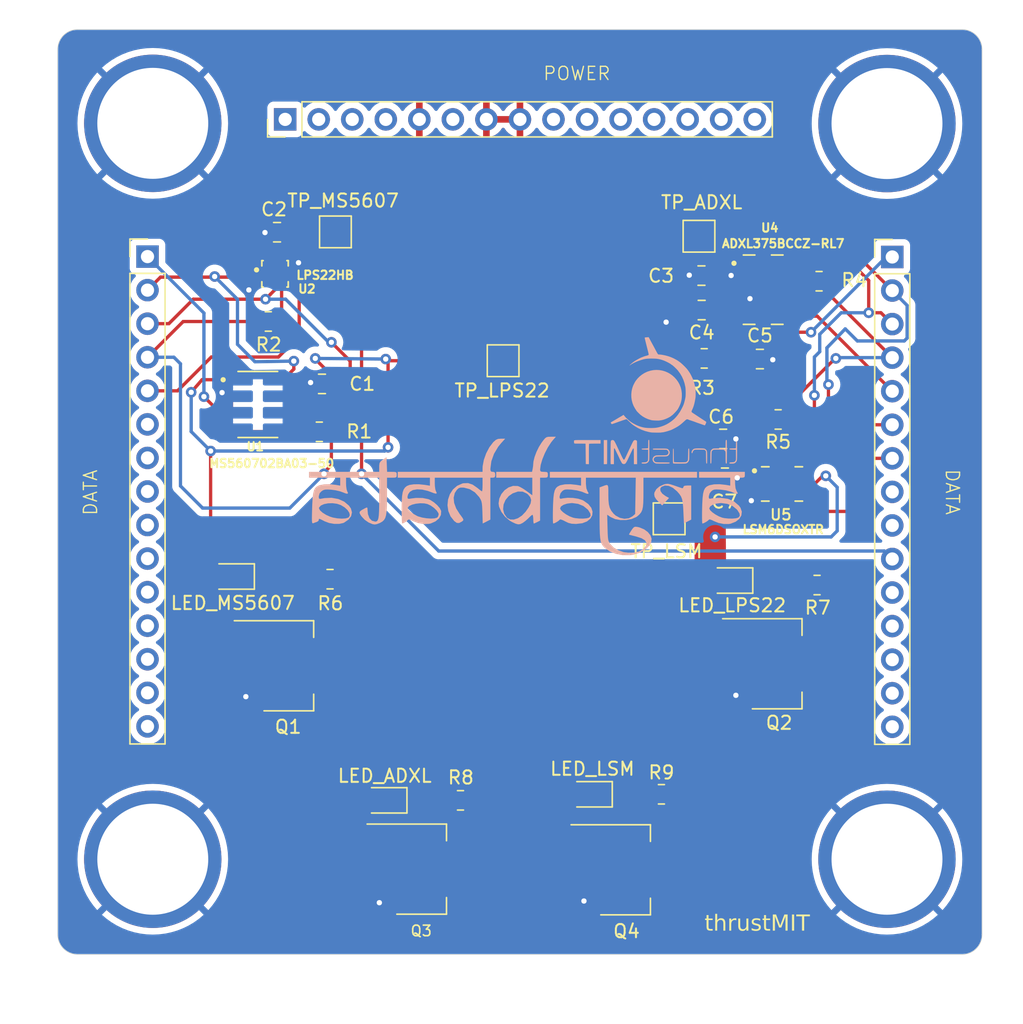
<source format=kicad_pcb>
(kicad_pcb (version 20221018) (generator pcbnew)
  (layers (0 "F.Cu" signal) (31 "B.Cu" signal) (34 "B.Paste" user) (35 "F.Paste" user) (36 "B.SilkS" user "B.Silkscreen") (37 "F.SilkS" user "F.Silkscreen") (38 "B.Mask" user) (39 "F.Mask" user) (44 "Edge.Cuts" user))
  (net 0 "")
  (net 1 "GND")
  (net 2 "3.3V")
  (net 3 "Net-(DS3-K)")
  (net 4 "Net-(DS4-K)")
  (net 5 "Net-(Q3-C)")
  (net 6 "Net-(Q4-C)")
  (net 7 "MISO_SPI1")
  (net 8 "CS_MS5607")
  (net 9 "Net-(U1-SDO)")
  (net 10 "MISO_SPI2")
  (net 11 "MOSI_SPI1")
  (net 12 "Net-(U2-SDO{slash}SA0)")
  (net 13 "INT_LPS")
  (net 14 "SCLK_SPI1")
  (net 15 "CS_ADXL")
  (net 16 "SCLK_SPI2")
  (net 17 "MOSI_SPI2")
  (net 18 "INT_ADXL")
  (net 19 "CS_LSM")
  (net 20 "INT_LSM")
  (net 21 "Net-(U4-Vs)")
  (net 22 "Net-(U4-SDO)")
  (net 25 "Net-(U5-SDO{slash}SA0)")
  (net 28 "Net-(DS1-K)")
  (net 29 "Net-(DS2-K)")
  (net 30 "Net-(Q1-C)")
  (net 31 "Net-(Q2-C)")
  (net 33 "CS_LPS")
  (footprint "TestPoint:TestPoint_Pad_2.0x2.0mm" (layer "F.Cu") (at 138.938 58.8264)
    (fp_text reference "TP_ADXL")
    (fp_text value "TestPoint_Probe")
  )
  (footprint "Capacitor_SMD:C_0805_2012Metric" (layer "F.Cu") (at 140.7668 74.168 180)
    (fp_text reference "C6")
    (fp_text value "0.1u")
  )
  (footprint "Capacitor_SMD:C_0805_2012Metric" (layer "F.Cu") (at 139.1412 64.4144 180)
    (fp_text reference "C4")
    (fp_text value "0.1u")
  )
  (footprint "FC'24:LSM6DSOXTR" (layer "F.Cu") (at 145.2288 77.5756)
    (fp_text reference "U5")
    (fp_text value "LSM6DSOXTR")
  )
  (footprint "LED_SMD:LED_0805_2012Metric" (layer "F.Cu") (at 130.6853 101.0666 180)
    (fp_text reference "LED_LSM")
    (fp_text value "LED_IMU")
  )
  (footprint "FC'24:LPS22HB" (layer "F.Cu") (at 106.8324 61.6712)
    (fp_text reference "U2")
    (fp_text value "LPS22HB")
  )
  (footprint "Resistor_SMD:R_0805_2012Metric" (layer "F.Cu") (at 148.0312 62.23)
    (fp_text reference "R4")
    (fp_text value "22")
  )
  (footprint "LED_SMD:LED_0805_2012Metric" (layer "F.Cu") (at 115.1382 101.5238 180)
    (fp_text reference "LED_ADXL")
    (fp_text value "LED_IMU")
  )
  (footprint "Resistor_SMD:R_0805_2012Metric" (layer "F.Cu") (at 106.3244 65.278)
    (fp_text reference "R2")
    (fp_text value "22")
  )
  (footprint "Capacitor_SMD:C_0805_2012Metric" (layer "F.Cu") (at 106.9848 58.5216 180)
    (fp_text reference "C2")
    (fp_text value "0.1u")
  )
  (footprint "LED_SMD:LED_0805_2012Metric" (layer "F.Cu") (at 141.326 84.8868 180)
    (fp_text reference "LED_LPS22")
    (fp_text value "LED_IMU")
  )
  (footprint "Resistor_SMD:R_0805_2012Metric" (layer "F.Cu") (at 110.1852 73.6292)
    (fp_text reference "R1")
    (fp_text value "22")
  )
  (footprint "Resistor_SMD:R_0805_2012Metric" (layer "F.Cu") (at 139.3336 68.072)
    (fp_text reference "R3")
    (fp_text value "100")
  )
  (footprint "Resistor_SMD:R_0805_2012Metric" (layer "F.Cu") (at 136.0932 101.0666)
    (fp_text reference "R9")
    (fp_text value "56")
  )
  (footprint "Package_TO_SOT_SMD:SOT-223-3_TabPin2" (layer "F.Cu") (at 144.8308 91.186)
    (fp_text reference "Q2")
    (fp_text value "PZT2222A")
  )
  (footprint "Package_TO_SOT_SMD:SOT-223-3_TabPin2" (layer "F.Cu") (at 133.35 106.7816)
    (fp_text reference "Q4")
    (fp_text value "PZT2222A")
  )
  (footprint "TestPoint:TestPoint_Pad_2.0x2.0mm" (layer "F.Cu") (at 111.4044 58.4962)
    (fp_text reference "TP_MS5607")
    (fp_text value "TestPoint_Probe")
  )
  (footprint "LED_SMD:LED_0805_2012Metric" (layer "F.Cu") (at 103.5812 84.582 180)
    (fp_text reference "LED_MS5607")
    (fp_text value "LED_IMU")
  )
  (footprint "Resistor_SMD:R_0805_2012Metric" (layer "F.Cu") (at 110.998 84.7852)
    (fp_text reference "R6")
    (fp_text value "56")
  )
  (footprint "Capacitor_SMD:C_0805_2012Metric" (layer "F.Cu") (at 143.55 68.1228)
    (fp_text reference "C5")
    (fp_text value "0.1u")
  )
  (footprint "Resistor_SMD:R_0805_2012Metric" (layer "F.Cu") (at 147.8792 85.2284)
    (fp_text reference "R7")
    (fp_text value "56")
  )
  (footprint "Package_TO_SOT_SMD:SOT-223-3_TabPin2" (layer "F.Cu") (at 117.9068 106.7308)
    (fp_text reference "Q3" hide)
    (fp_text value "PZT2222A")
  )
  (footprint "TestPoint:TestPoint_Pad_2.0x2.0mm" (layer "F.Cu") (at 124.1044 68.2498)
    (fp_text reference "TP_LPS22")
    (fp_text value "TestPoint_Probe")
  )
  (footprint "FC_Stack_template:FC_Stack_template" (layer "F.Cu") (at 125.3744 78.1812)
    (fp_text reference "U6" hide)
    (fp_text value "~" hide)
    (fp_line (start -35 33.5) (end -35 -33.5) (stroke (width 0.05)) (layer "Edge.Cuts"))
    (fp_line (start -33.5 -35) (end 33.5 -35) (stroke (width 0.05)) (layer "Edge.Cuts"))
    (fp_line (start 33.5 35) (end -33.5 35) (stroke (width 0.05)) (layer "Edge.Cuts"))
    (fp_line (start 35 -33.5) (end 35 33.5) (stroke (width 0.05)) (layer "Edge.Cuts"))
    (fp_arc (start -35 -33.5) (mid -34.56066 -34.56066) (end -33.5 -35) (stroke (width 0.05)) (layer "Edge.Cuts"))
    (fp_arc (start -33.5 35) (mid -34.56066 34.56066) (end -35 33.5) (stroke (width 0.05)) (layer "Edge.Cuts"))
    (fp_arc (start 33.5 -35) (mid 34.56066 -34.56066) (end 35 -33.5) (stroke (width 0.05)) (layer "Edge.Cuts"))
    (fp_arc (start 35 33.5) (mid 34.56066 34.56066) (end 33.5 35) (stroke (width 0.05)) (layer "Edge.Cuts"))
  )
  (footprint "TestPoint:TestPoint_Pad_2.0x2.0mm" (layer "F.Cu") (at 136.6774 80.2132)
    (fp_text reference "TP_LSM")
    (fp_text value "TestPoint_Probe")
  )
  (footprint "FC'24:ADXL375BCCZ-RL7" (layer "F.Cu") (at 143.798 62.8716)
    (fp_text reference "U4")
    (fp_text value "ADXL375BCCZ-RL7")
  )
  (footprint "Capacitor_SMD:C_0805_2012Metric" (layer "F.Cu") (at 140.9024 77.1064)
    (fp_text reference "C7")
    (fp_text value "0.1u")
  )
  (footprint "Capacitor_SMD:C_0805_2012Metric" (layer "F.Cu") (at 110.3884 70.0024 180)
    (fp_text reference "C1")
    (fp_text value "0.1u")
  )
  (footprint "Capacitor_SMD:C_0805_2012Metric" (layer "F.Cu") (at 139.1244 61.8048 180)
    (fp_text reference "C3")
    (fp_text value "10u")
  )
  (footprint "Package_TO_SOT_SMD:SOT-223-3_TabPin2" (layer "F.Cu") (at 107.8484 91.3384)
    (fp_text reference "Q1")
    (fp_text value "PZT2222A")
  )
  (footprint "Resistor_SMD:R_0805_2012Metric" (layer "F.Cu") (at 144.9324 72.6948 180)
    (fp_text reference "R5")
    (fp_text value "22")
  )
  (footprint "Resistor_SMD:R_0805_2012Metric" (layer "F.Cu") (at 120.8767 101.5238)
    (fp_text reference "R8")
    (fp_text value "56")
  )
  (footprint "FC'24:MS560702BA03-50" (layer "F.Cu") (at 105.5308 71.5618)
    (fp_text reference "U1")
    (fp_text value "MS560702BA03-50")
  )
  (footprint "LOGO" (layer "B.Cu") (at 121.219137 79.02266 180)
    (fp_text reference "G***" hide)
    (fp_text value "LOGO" hide)
  )
  (footprint "LOGO" (layer "B.Cu") (at 135.74825 70.658736 180)
    (fp_text reference "G***" hide)
    (fp_text value "LOGO" hide)
  )
  (segment (start 141.6808 93.6248) (end 141.732 93.5736) (width 0.25) (layer "F.Cu") (net 1))
  (segment (start 150.074 109.0816) (end 153.1744 105.9812) (width 0.25) (layer "F.Cu") (net 1))
  (segment (start 143.5138 77.8256) (end 144.0688 77.8256) (width 0.25) (layer "F.Cu") (net 1))
  (segment (start 104.2924 94.0444) (end 104.6226 93.7142) (width 0.25) (layer "F.Cu") (net 1))
  (segment (start 104.3308 72.1868) (end 103.914608 72.1868) (width 0.25) (layer "F.Cu") (net 1))
  (segment (start 103.914782 70.9368) (end 104.3308 70.9368) (width 0.25) (layer "F.Cu") (net 1))
  (segment (start 130.2 109.0816) (end 130.2258 109.1438) (width 0.25) (layer "F.Cu") (net 1))
  (segment (start 104.6226 93.6752) (end 104.6616 93.6752) (width 0.25) (layer "F.Cu") (net 1))
  (segment (start 145.1238 77.8256) (end 144.0688 77.8256) (width 0.25) (layer "F.Cu") (net 1))
  (segment (start 143.498 61.6716) (end 144.298 62.4716) (width 0.25) (layer "F.Cu") (net 1))
  (segment (start 106.3324 62.4712) (end 105.2704 62.4712) (width 0.25) (layer "F.Cu") (net 1))
  (segment (start 103.914608 72.1868) (end 103.52906 71.801252) (width 0.25) (layer "F.Cu") (net 1))
  (segment (start 142.7988 63.5508) (end 142.788 63.5616) (width 0.25) (layer "F.Cu") (net 1))
  (segment (start 145.2288 78.4856) (end 145.2288 77.9306) (width 0.25) (layer "F.Cu") (net 1))
  (segment (start 103.52906 71.322522) (end 102.869338 70.6628) (width 0.25) (layer "F.Cu") (net 1))
  (segment (start 137.3632 64.4144) (end 136.4488 65.3288) (width 0.25) (layer "F.Cu") (net 1))
  (segment (start 108.5722 60.8712) (end 108.6104 60.833) (width 0.25) (layer "F.Cu") (net 1))
  (segment (start 102.869338 70.6628) (end 102.8192 70.6628) (width 0.25) (layer "F.Cu") (net 1))
  (segment (start 103.52906 71.322522) (end 103.914782 70.9368) (width 0.25) (layer "F.Cu") (net 1))
  (segment (start 138.1912 64.4144) (end 137.3632 64.4144) (width 0.25) (layer "F.Cu") (net 1))
  (segment (start 141.495825 61.6716) (end 142.788 61.6716) (width 0.25) (layer "F.Cu") (net 1))
  (segment (start 106.0348 58.5216) (end 106.0094 58.5216) (width 0.25) (layer "F.Cu") (net 1))
  (segment (start 114.7568 109.2458) (end 114.7318 109.2708) (width 0.25) (layer "F.Cu") (net 1))
  (segment (start 104.6226 93.7142) (end 104.6226 93.6752) (width 0.25) (layer "F.Cu") (net 1))
  (segment (start 141.732 93.5736) (end 141.6808 93.5224) (width 0.25) (layer "F.Cu") (net 1))
  (segment (start 106.0704 58.547) (end 106.0602 58.5216) (width 0.25) (layer "F.Cu") (net 1))
  (segment (start 103.52906 71.801252) (end 103.52906 71.322522) (width 0.25) (layer "F.Cu") (net 1))
  (segment (start 100.624 109.0308) (end 97.5744 105.9812) (width 0.25) (layer "F.Cu") (net 1))
  (segment (start 142.788 61.6716) (end 143.498 61.6716) (width 0.25) (layer "F.Cu") (net 1))
  (segment (start 142.9004 78.8416) (end 142.9004 78.439) (width 0.25) (layer "F.Cu") (net 1))
  (segment (start 105.2704 62.4712) (end 104.8512 62.8904) (width 0.25) (layer "F.Cu") (net 1))
  (segment (start 142.788 63.5616) (end 142.788 64.0716) (width 0.25) (layer "F.Cu") (net 1))
  (segment (start 106.0094 58.5216) (end 106.0704 58.547) (width 0.25) (layer "F.Cu") (net 1))
  (segment (start 141.370325 61.7971) (end 141.495825 61.6716) (width 0.25) (layer "F.Cu") (net 1))
  (segment (start 144.298 62.4716) (end 144.808 62.4716) (width 0.25) (layer "F.Cu") (net 1))
  (segment (start 145.2288 78.4856) (end 145.7288 78.4856) (width 0.25) (layer "F.Cu") (net 1))
  (segment (start 114.7568 109.0308) (end 114.7568 109.2458) (width 0.25) (layer "F.Cu") (net 1))
  (segment (start 107.3324 60.8712) (end 108.5722 60.8712) (width 0.25) (layer "F.Cu") (net 1))
  (segment (start 114.7568 109.2958) (end 114.7568 109.626) (width 0.25) (layer "F.Cu") (net 1))
  (segment (start 142.9004 78.439) (end 143.5138 77.8256) (width 0.25) (layer "F.Cu") (net 1))
  (segment (start 141.6808 93.5224) (end 141.6808 93.486) (width 0.25) (layer "F.Cu") (net 1))
  (segment (start 104.6616 93.6752) (end 104.6984 93.6384) (width 0.25) (layer "F.Cu") (net 1))
  (segment (start 144.0688 77.3256) (end 144.0688 77.8256) (width 0.25) (layer "F.Cu") (net 1))
  (segment (start 114.7318 109.2708) (end 114.7568 109.2958) (width 0.25) (layer "F.Cu") (net 1))
  (segment (start 106.0602 58.5216) (end 105.8148 58.5216) (width 0.25) (layer "F.Cu") (net 1))
  (segment (start 142.788 63.2716) (end 142.788 63.54) (width 0.25) (layer "F.Cu") (net 1))
  (segment (start 142.788 63.54) (end 142.7988 63.5508) (width 0.25) (layer "F.Cu") (net 1))
  (segment (start 145.2288 77.9306) (end 145.1238 77.8256) (width 0.25) (layer "F.Cu") (net 1))
  (segment (start 106.8324 60.8712) (end 107.3324 60.8712) (width 0.25) (layer "F.Cu") (net 1))
  (via (at 108.6104 60.833) (size 0.8) (drill 0.4) (layers "F.Cu" "B.Cu") (net 1))
  (via (at 106.0704 58.547) (size 0.8) (drill 0.4) (layers "F.Cu" "B.Cu") (net 1))
  (via (at 141.370325 61.7971) (size 0.8) (drill 0.4) (layers "F.Cu" "B.Cu") (net 1))
  (via (at 141.732 93.5736) (size 0.8) (drill 0.4) (layers "F.Cu" "B.Cu") (net 1))
  (via (at 138.2014 61.7728) (size 0.8) (drill 0.4) (layers "F.Cu" "B.Cu") (net 1))
  (via (at 104.6226 93.6752) (size 0.8) (drill 0.4) (layers "F.Cu" "B.Cu") (net 1))
  (via (at 130.2258 109.1438) (size 0.8) (drill 0.4) (layers "F.Cu" "B.Cu") (net 1))
  (via (at 141.732 74.168) (size 0.8) (drill 0.4) (layers "F.Cu" "B.Cu") (net 1))
  (via (at 109.5248 69.9008) (size 0.8) (drill 0.4) (layers "F.Cu" "B.Cu") (net 1))
  (via (at 142.9004 78.8416) (size 0.8) (drill 0.4) (layers "F.Cu" "B.Cu") (net 1))
  (via (at 136.4488 65.3288) (size 0.8) (drill 0.4) (layers "F.Cu" "B.Cu") (net 1))
  (via (at 114.7318 109.2708) (size 0.8) (drill 0.4) (layers "F.Cu" "B.Cu") (net 1))
  (via (at 142.7988 63.5508) (size 0.8) (drill 0.4) (layers "F.Cu" "B.Cu") (net 1))
  (via (at 141.8336 77.1144) (size 0.8) (drill 0.4) (layers "F.Cu" "B.Cu") (net 1))
  (via (at 102.8192 70.6628) (size 0.8) (drill 0.4) (layers "F.Cu" "B.Cu") (net 1))
  (via (at 144.526 68.1736) (size 0.8) (drill 0.4) (layers "F.Cu" "B.Cu") (net 1))
  (via (at 104.8512 62.8904) (size 0.8) (drill 0.4) (layers "F.Cu" "B.Cu") (net 1))
  (segment (start 101.306 69.6868) (end 100.4824 70.6374) (width 0.25) (layer "F.Cu") (net 2))
  (segment (start 115.3922 68.3006) (end 115.2144 68.1228) (width 0.25) (layer "F.Cu") (net 2))
  (segment (start 144.7288 78.949914) (end 145.033286 79.2544) (width 0.25) (layer "F.Cu") (net 2))
  (segment (start 146.3888 78.3256) (end 146.9438 78.3256) (width 0.25) (layer "F.Cu") (net 2))
  (segment (start 148.3074 76.962) (end 148.5392 76.962) (width 0.25) (layer "F.Cu") (net 2))
  (segment (start 111.3384 70.0024) (end 111.3384 69.5808) (width 0.25) (layer "F.Cu") (net 2))
  (segment (start 101.9556 75.0824) (end 101.9556 82.804) (width 0.25) (layer "F.Cu") (net 2))
  (segment (start 101.9556 82.804) (end 102.3112 83.1596) (width 0.25) (layer "F.Cu") (net 2))
  (segment (start 144.7288 78.4856) (end 144.7288 78.949914) (width 0.25) (layer "F.Cu") (net 2))
  (segment (start 104.3308 69.6868) (end 101.306 69.6868) (width 0.25) (layer "F.Cu") (net 2))
  (segment (start 106.0324 61.4212) (end 106.0324 61.1712) (width 0.25) (layer "F.Cu") (net 2))
  (segment (start 140.4156 70.3072) (end 139.9032 70.3072) (width 0.25) (layer "F.Cu") (net 2))
  (segment (start 106.3324 60.4212) (end 107.9348 58.8188) (width 0.25) (layer "F.Cu") (net 2))
  (segment (start 145.033286 79.2544) (end 145.885 79.2544) (width 0.25) (layer "F.Cu") (net 2))
  (segment (start 115.3922 74.803) (end 115.3922 68.3006) (width 0.25) (layer "F.Cu") (net 2))
  (segment (start 100.4824 70.6374) (end 100.4824 70.5104) (width 0.25) (layer "F.Cu") (net 2))
  (segment (start 148.5392 76.962) (end 148.4884 76.962) (width 0.25) (layer "F.Cu") (net 2))
  (segment (start 109.8296 68.072) (end 109.8804 68.1228) (width 0.25) (layer "F.Cu") (net 2))
  (segment (start 146.3888 78.7506) (end 146.3888 78.3256) (width 0.25) (layer "F.Cu") (net 2))
  (segment (start 111.3384 69.5808) (end 109.8804 68.1228) (width 0.25) (layer "F.Cu") (net 2))
  (segment (start 109.8804 68.072) (end 109.8296 68.072) (width 0.25) (layer "F.Cu") (net 2))
  (segment (start 107.9348 58.8188) (end 107.9348 58.5216) (width 0.25) (layer "F.Cu") (net 2))
  (segment (start 115.2144 68.1228) (end 115.3414 68.2498) (width 0.25) (layer "F.Cu") (net 2))
  (segment (start 145.885 79.2544) (end 146.3888 78.7506) (width 0.25) (layer "F.Cu") (net 2))
  (segment (start 106.3324 60.8712) (end 106.3324 60.4212) (width 0.25) (layer "F.Cu") (net 2))
  (segment (start 109.8804 68.1228) (end 109.8804 68.072) (width 0.25) (layer "F.Cu") (net 2))
  (segment (start 146.9438 78.3256) (end 148.3074 76.962) (width 0.25) (layer "F.Cu") (net 2))
  (segment (start 106.0324 61.1712) (end 106.3324 60.8712) (width 0.25) (layer "F.Cu") (net 2))
  (segment (start 115.3414 68.2498) (end 124.1044 68.2498) (width 0.25) (layer "F.Cu") (net 2))
  (segment (start 101.9556 75.0824) (end 101.854 74.93) (width 0.25) (layer "F.Cu") (net 2))
  (via (at 109.8804 68.072) (size 0.8) (drill 0.4) (layers "F.Cu" "B.Cu") (net 2))
  (via (at 115.3922 74.803) (size 0.8) (drill 0.4) (layers "F.Cu" "B.Cu") (net 2))
  (via (at 140.1572 81.5848) (size 0.8) (drill 0.4) (layers "F.Cu" "B.Cu") (net 2))
  (via (at 148.5392 76.962) (size 0.8) (drill 0.4) (layers "F.Cu" "B.Cu") (net 2))
  (via (at 100.4824 70.6374) (size 0.8) (drill 0.4) (layers "F.Cu" "B.Cu") (net 2))
  (via (at 101.9556 75.0824) (size 0.8) (drill 0.4) (layers "F.Cu" "B.Cu") (net 2))
  (via (at 115.2144 68.1228) (size 0.8) (drill 0.4) (layers "F.Cu" "B.Cu") (net 2))
  (segment (start 115.3922 74.8284) (end 115.3922 74.803) (width 0.25) (layer "B.Cu") (net 2))
  (segment (start 149.4028 77.8256) (end 148.5392 76.962) (width 0.25) (layer "B.Cu") (net 2))
  (segment (start 149.4028 81.1276) (end 149.4028 77.8256) (width 0.25) (layer "B.Cu") (net 2))
  (segment (start 100.4824 73.6092) (end 100.4824 70.6374) (width 0.25) (layer "B.Cu") (net 2))
  (segment (start 148.9456 81.5848) (end 149.4028 81.1276) (width 0.25) (layer "B.Cu") (net 2))
  (segment (start 140.1572 81.5848) (end 148.9456 81.5848) (width 0.25) (layer "B.Cu") (net 2))
  (segment (start 115.4176 74.803) (end 115.316 74.9046) (width 0.25) (layer "B.Cu") (net 2))
  (segment (start 101.9556 75.0824) (end 115.1382 75.0824) (width 0.25) (layer "B.Cu") (net 2))
  (segment (start 109.8804 68.072) (end 115.2144 68.1228) (width 0.25) (layer "B.Cu") (net 2))
  (segment (start 101.9556 75.0824) (end 100.4824 73.6092) (width 0.25) (layer "B.Cu") (net 2))
  (segment (start 115.2144 68.1228) (end 115.2144 68.072) (width 0.25) (layer "B.Cu") (net 2))
  (segment (start 115.3922 74.803) (end 115.4176 74.803) (width 0.25) (layer "B.Cu") (net 2))
  (segment (start 115.1382 75.0824) (end 115.3922 74.8284) (width 0.25) (layer "B.Cu") (net 2))
  (segment (start 116.0757 101.5238) (end 119.9642 101.5238) (width 0.25) (layer "F.Cu") (net 3))
  (segment (start 131.6228 101.0666) (end 135.1807 101.0666) (width 0.25) (layer "F.Cu") (net 4))
  (segment (start 121.7892 103.7628) (end 121.0568 104.4952) (width 0.25) (layer "F.Cu") (net 5))
  (segment (start 121.0568 104.4952) (end 121.0568 106.7308) (width 0.25) (layer "F.Cu") (net 5))
  (segment (start 121.7892 101.5238) (end 121.7892 103.7628) (width 0.25) (layer "F.Cu") (net 5))
  (segment (start 114.7568 106.7308) (end 121.0568 106.7308) (width 0.25) (layer "F.Cu") (net 5))
  (segment (start 130.2 106.7816) (end 136.5 106.7816) (width 0.25) (layer "F.Cu") (net 6))
  (segment (start 137.0057 101.0666) (end 137.0057 104.2943) (width 0.25) (layer "F.Cu") (net 6))
  (segment (start 136.5 104.8) (end 136.5 106.7816) (width 0.25) (layer "F.Cu") (net 6))
  (segment (start 137.0057 104.2943) (end 136.5 104.8) (width 0.25) (layer "F.Cu") (net 6))
  (segment (start 99.8826 65.278) (end 99.8777 65.2829) (width 0.25) (layer "F.Cu") (net 7))
  (segment (start 111.0977 73.8143) (end 110.9472 73.9648) (width 0.25) (layer "F.Cu") (net 7))
  (segment (start 110.5408 76.708) (end 110.5408 76.8096) (width 0.25) (layer "F.Cu") (net 7))
  (segment (start 111.0977 76.1511) (end 110.5408 76.708) (width 0.25) (layer "F.Cu") (net 7))
  (segment (start 110.4392 76.8096) (end 110.49 76.7588) (width 0.25) (layer "F.Cu") (net 7))
  (segment (start 110.5408 76.8096) (end 110.4392 76.8096) (width 0.25) (layer "F.Cu") (net 7))
  (segment (start 111.0977 73.6292) (end 111.0977 76.1511) (width 0.25) (layer "F.Cu") (net 7))
  (segment (start 99.8777 65.2829) (end 97.1744 67.9862) (width 0.25) (layer "F.Cu") (net 7))
  (segment (start 111.0977 73.6292) (end 111.0977 73.8143) (width 0.25) (layer "F.Cu") (net 7))
  (segment (start 105.4119 65.278) (end 99.8826 65.278) (width 0.25) (layer "F.Cu") (net 7))
  (via (at 110.5408 76.8096) (size 0.8) (drill 0.4) (layers "F.Cu" "B.Cu") (net 7))
  (segment (start 99.1774 67.9862) (end 97.1744 67.9862) (width 0.25) (layer "B.Cu") (net 7))
  (segment (start 99.6696 68.4784) (end 99.1774 67.9862) (width 0.25) (layer "B.Cu") (net 7))
  (segment (start 110.5408 76.8096) (end 107.95 79.4004) (width 0.25) (layer "B.Cu") (net 7))
  (segment (start 107.95 79.4004) (end 101.346 79.4004) (width 0.25) (layer "B.Cu") (net 7))
  (segment (start 99.6696 77.724) (end 99.6696 68.4784) (width 0.25) (layer "B.Cu") (net 7))
  (segment (start 101.346 79.4004) (end 99.6696 77.724) (width 0.25) (layer "B.Cu") (net 7))
  (segment (start 101.4476 70.968358) (end 101.4476 70.9676) (width 0.25) (layer "F.Cu") (net 8))
  (segment (start 106.54499 73.62261) (end 106.7308 73.4368) (width 0.25) (layer "F.Cu") (net 8))
  (segment (start 104.51661 73.62261) (end 106.54499 73.62261) (width 0.25) (layer "F.Cu") (net 8))
  (segment (start 104.3308 73.4368) (end 104.51661 73.62261) (width 0.25) (layer "F.Cu") (net 8))
  (segment (start 103.916042 73.4368) (end 101.4476 70.968358) (width 0.25) (layer "F.Cu") (net 8))
  (segment (start 104.3308 73.4368) (end 103.916042 73.4368) (width 0.25) (layer "F.Cu") (net 8))
  (via (at 101.4476 70.9676) (size 0.8) (drill 0.4) (layers "F.Cu" "B.Cu") (net 8))
  (segment (start 101.4476 70.9676) (end 101.4476 64.6394) (width 0.25) (layer "B.Cu") (net 8))
  (segment (start 101.4476 64.6394) (end 97.1744 60.3662) (width 0.25) (layer "B.Cu") (net 8))
  (segment (start 107.8303 72.1868) (end 106.7308 72.1868) (width 0.25) (layer "F.Cu") (net 9))
  (segment (start 109.2727 73.6292) (end 107.8303 72.1868) (width 0.25) (layer "F.Cu") (net 9))
  (segment (start 148.9437 63.3855) (end 153.5744 68.0162) (width 0.25) (layer "F.Cu") (net 10))
  (segment (start 149.3012 68.072) (end 149.3012 68.0212) (width 0.25) (layer "F.Cu") (net 10))
  (segment (start 148.9437 62.23) (end 148.9437 63.3855) (width 0.25) (layer "F.Cu") (net 10))
  (segment (start 149.2504 68.072) (end 145.8449 71.4775) (width 0.25) (layer "F.Cu") (net 10))
  (segment (start 149.2504 68.072) (end 149.3012 68.072) (width 0.25) (layer "F.Cu") (net 10))
  (segment (start 149.3012 68.0212) (end 149.2504 68.072) (width 0.25) (layer "F.Cu") (net 10))
  (segment (start 145.8449 71.4775) (end 145.8449 72.6948) (width 0.25) (layer "F.Cu") (net 10))
  (via (at 149.3012 68.072) (size 0.8) (drill 0.4) (layers "F.Cu" "B.Cu") (net 10))
  (segment (start 149.357 68.0162) (end 153.5744 68.0162) (width 0.25) (layer "B.Cu") (net 10))
  (segment (start 149.3012 68.072) (end 149.357 68.0162) (width 0.25) (layer "B.Cu") (net 10))
  (segment (start 100.6446 63.5918) (end 98.7902 65.4462) (width 0.25) (layer "F.Cu") (net 11))
  (segment (start 112.522 71.3232) (end 112.522 68.2752) (width 0.25) (layer "F.Cu") (net 11))
  (segment (start 112.522 68.2752) (end 111.0996 66.8528) (width 0.25) (layer "F.Cu") (net 11))
  (segment (start 106.7308 70.9368) (end 106.918 71.124) (width 0.25) (layer "F.Cu") (net 11))
  (segment (start 106.1118 63.5918) (end 100.6446 63.5918) (width 0.25) (layer "F.Cu") (net 11))
  (segment (start 106.8324 62.8712) (end 106.4926 63.211) (width 0.25) (layer "F.Cu") (net 11))
  (segment (start 106.918 71.124) (end 107.7 71.124) (width 0.25) (layer "F.Cu") (net 11))
  (segment (start 106.8324 62.4712) (end 106.8324 62.8712) (width 0.25) (layer "F.Cu") (net 11))
  (segment (start 98.7902 65.4462) (end 97.1744 65.4462) (width 0.25) (layer "F.Cu") (net 11))
  (segment (start 108.6612 72.0852) (end 111.76 72.0852) (width 0.25) (layer "F.Cu") (net 11))
  (segment (start 106.4926 63.211) (end 106.1118 63.5918) (width 0.25) (layer "F.Cu") (net 11))
  (segment (start 111.76 72.0852) (end 112.522 71.3232) (width 0.25) (layer "F.Cu") (net 11))
  (segment (start 107.7 71.124) (end 108.6612 72.0852) (width 0.25) (layer "F.Cu") (net 11))
  (via (at 111.0996 66.8528) (size 0.8) (drill 0.4) (layers "F.Cu" "B.Cu") (net 11))
  (via (at 106.1118 63.5918) (size 0.8) (drill 0.4) (layers "F.Cu" "B.Cu") (net 11))
  (segment (start 110.8964 66.8528) (end 111.0996 66.8528) (width 0.25) (layer "B.Cu") (net 11))
  (segment (start 106.1118 63.5918) (end 107.6354 63.5918) (width 0.25) (layer "B.Cu") (net 11))
  (segment (start 107.6354 63.5918) (end 110.8964 66.8528) (width 0.25) (layer "B.Cu") (net 11))
  (segment (start 107.3324 62.4712) (end 107.3324 65.1825) (width 0.25) (layer "F.Cu") (net 12))
  (segment (start 107.3893 62.5281) (end 107.3324 62.4712) (width 0.25) (layer "F.Cu") (net 12))
  (segment (start 107.3324 65.1825) (end 107.2369 65.278) (width 0.25) (layer "F.Cu") (net 12))
  (segment (start 113.3856 76.7588) (end 113.3856 76.8096) (width 0.25) (layer "F.Cu") (net 13))
  (segment (start 113.3856 66.7244) (end 108.0824 61.4212) (width 0.25) (layer "F.Cu") (net 13))
  (segment (start 108.0824 61.4212) (end 107.6324 61.4212) (width 0.25) (layer "F.Cu") (net 13))
  (segment (start 113.3856 76.8096) (end 113.3856 66.7244) (width 0.25) (layer "F.Cu") (net 13))
  (via (at 113.3856 76.8096) (size 0.8) (drill 0.4) (layers "F.Cu" "B.Cu") (net 13))
  (segment (start 152.9698 82.6516) (end 153.5744 83.2562) (width 0.25) (layer "B.Cu") (net 13))
  (segment (start 113.3856 76.8096) (end 119.2276 82.6516) (width 0.25) (layer "B.Cu") (net 13))
  (segment (start 119.2276 82.6516) (end 152.9698 82.6516) (width 0.25) (layer "B.Cu") (net 13))
  (segment (start 102.2604 61.8744) (end 102.2136 61.9212) (width 0.25) (layer "F.Cu") (net 14))
  (segment (start 107.4528 69.6868) (end 108.2548 68.8848) (width 0.25) (layer "F.Cu") (net 14))
  (segment (start 106.0324 61.9212) (end 102.3072 61.9212) (width 0.25) (layer "F.Cu") (net 14))
  (segment (start 106.7308 69.6868) (end 107.4528 69.6868) (width 0.25) (layer "F.Cu") (net 14))
  (segment (start 102.2136 61.9212) (end 98.1594 61.9212) (width 0.25) (layer "F.Cu") (net 14))
  (segment (start 102.3072 61.9212) (end 102.2604 61.8744) (width 0.25) (layer "F.Cu") (net 14))
  (segment (start 98.1594 61.9212) (end 97.1744 62.9062) (width 0.25) (layer "F.Cu") (net 14))
  (segment (start 108.2548 68.8848) (end 108.2548 68.2752) (width 0.25) (layer "F.Cu") (net 14))
  (via (at 108.2548 68.2752) (size 0.8) (drill 0.4) (layers "F.Cu" "B.Cu") (net 14))
  (via (at 102.2604 61.8744) (size 0.8) (drill 0.4) (layers "F.Cu" "B.Cu") (net 14))
  (segment (start 108.2548 68.2752) (end 108.3056 68.326) (width 0.25) (layer "B.Cu") (net 14))
  (segment (start 102.2604 61.8744) (end 103.9876 63.6016) (width 0.25) (layer "B.Cu") (net 14))
  (segment (start 103.9876 63.6016) (end 103.9876 67.0052) (width 0.25) (layer "B.Cu") (net 14))
  (segment (start 105.3084 68.326) (end 108.2548 68.2752) (width 0.25) (layer "B.Cu") (net 14))
  (segment (start 103.9876 67.0052) (end 105.3084 68.326) (width 0.25) (layer "B.Cu") (net 14))
  (segment (start 147.4216 66.0908) (end 147.3708 66.0908) (width 0.25) (layer "F.Cu") (net 15))
  (segment (start 144.8522 66.0908) (end 147.4216 66.0908) (width 0.25) (layer "F.Cu") (net 15))
  (segment (start 153.5734 60.3962) (end 153.5744 60.3962) (width 0.25) (layer "F.Cu") (net 15))
  (segment (start 143.798 65.0366) (end 144.8522 66.0908) (width 0.25) (layer "F.Cu") (net 15))
  (segment (start 143.798 64.8816) (end 143.798 65.0366) (width 0.25) (layer "F.Cu") (net 15))
  (via (at 147.4216 66.0908) (size 0.8) (drill 0.4) (layers "F.Cu" "B.Cu") (net 15))
  (segment (start 153.1162 60.3962) (end 153.5744 60.3962) (width 0.25) (layer "B.Cu") (net 15))
  (segment (start 147.4216 66.0908) (end 153.1162 60.3962) (width 0.25) (layer "B.Cu") (net 15))
  (segment (start 148.7424 72.597) (end 148.7424 70.0532) (width 0.25) (layer "F.Cu") (net 16))
  (segment (start 145.2288 76.1106) (end 148.7424 72.597) (width 0.25) (layer "F.Cu") (net 16))
  (segment (start 145.2288 76.6656) (end 145.2288 76.1106) (width 0.25) (layer "F.Cu") (net 16))
  (segment (start 143.798 60.7066) (end 144.213 60.2916) (width 0.25) (layer "F.Cu") (net 16))
  (segment (start 143.798 60.8616) (end 143.798 60.7066) (width 0.25) (layer "F.Cu") (net 16))
  (segment (start 150.9298 60.2916) (end 153.5744 62.9362) (width 0.25) (layer "F.Cu") (net 16))
  (segment (start 144.213 60.2916) (end 150.9298 60.2916) (width 0.25) (layer "F.Cu") (net 16))
  (via (at 148.7424 70.0532) (size 0.8) (drill 0.4) (layers "F.Cu" "B.Cu") (net 16))
  (segment (start 154.6994 66.5346) (end 154.6994 64.0612) (width 0.25) (layer "B.Cu") (net 16))
  (segment (start 148.6262 69.937) (end 148.6262 67.2738) (width 0.25) (layer "B.Cu") (net 16))
  (segment (start 150.0124 65.8368) (end 150.9268 66.7512) (width 0.25) (layer "B.Cu") (net 16))
  (segment (start 154.6994 64.0612) (end 153.5744 62.9362) (width 0.25) (layer "B.Cu") (net 16))
  (segment (start 148.6262 67.2738) (end 150.0124 65.8368) (width 0.25) (layer "B.Cu") (net 16))
  (segment (start 150.9268 66.7512) (end 154.4828 66.7512) (width 0.25) (layer "B.Cu") (net 16))
  (segment (start 148.7424 70.0532) (end 148.6262 69.937) (width 0.25) (layer "B.Cu") (net 16))
  (segment (start 154.4828 66.7512) (end 154.6994 66.5346) (width 0.25) (layer "B.Cu") (net 16))
  (segment (start 147.6756 72.319062) (end 147.6756 70.866) (width 0.25) (layer "F.Cu") (net 17))
  (segment (start 151.7904 62.1792) (end 151.7904 64.6176) (width 0.25) (layer "F.Cu") (net 17))
  (segment (start 149.053462 60.8584) (end 150.4696 60.8584) (width 0.25) (layer "F.Cu") (net 17))
  (segment (start 147.6756 70.866) (end 147.6756 70.9168) (width 0.25) (layer "F.Cu") (net 17))
  (segment (start 144.7288 75.265862) (end 147.6756 72.319062) (width 0.25) (layer "F.Cu") (net 17))
  (segment (start 152.7158 64.6176) (end 153.5744 65.4762) (width 0.25) (layer "F.Cu") (net 17))
  (segment (start 149.040262 60.8716) (end 149.053462 60.8584) (width 0.25) (layer "F.Cu") (net 17))
  (segment (start 144.7288 76.6656) (end 144.7288 75.265862) (width 0.25) (layer "F.Cu") (net 17))
  (segment (start 150.4696 60.8584) (end 151.7904 62.1792) (width 0.25) (layer "F.Cu") (net 17))
  (segment (start 151.7904 64.6176) (end 152.7158 64.6176) (width 0.25) (layer "F.Cu") (net 17))
  (segment (start 144.808 60.8716) (end 149.040262 60.8716) (width 0.25) (layer "F.Cu") (net 17))
  (via (at 147.6756 70.866) (size 0.8) (drill 0.4) (layers "F.Cu" "B.Cu") (net 17))
  (via (at 151.7904 64.6176) (size 0.8) (drill 0.4) (layers "F.Cu" "B.Cu") (net 17))
  (segment (start 149.7076 64.6176) (end 148.082 66.2432) (width 0.25) (layer "B.Cu") (net 17))
  (segment (start 151.7904 64.6176) (end 149.7076 64.6176) (width 0.25) (layer "B.Cu") (net 17))
  (segment (start 148.082 66.2432) (end 148.082 67.564) (width 0.25) (layer "B.Cu") (net 17))
  (segment (start 148.082 67.564) (end 147.6756 67.9704) (width 0.25) (layer "B.Cu") (net 17))
  (segment (start 147.6756 67.9704) (end 147.6756 70.866) (width 0.25) (layer "B.Cu") (net 17))
  (segment (start 144.808 64.8716) (end 147.8898 64.8716) (width 0.25) (layer "F.Cu") (net 18))
  (segment (start 147.8898 64.8716) (end 153.5744 70.5562) (width 0.25) (layer "F.Cu") (net 18))
  (segment (start 149.1682 73.0962) (end 153.5744 73.0962) (width 0.25) (layer "F.Cu") (net 19))
  (segment (start 145.7288 76.5356) (end 149.1682 73.0962) (width 0.25) (layer "F.Cu") (net 19))
  (segment (start 145.7288 76.6656) (end 145.7288 76.5356) (width 0.25) (layer "F.Cu") (net 19))
  (segment (start 150.622 79.6544) (end 151.0538 79.2226) (width 0.25) (layer "F.Cu") (net 20))
  (segment (start 144.0688 78.8556) (end 144.8676 79.6544) (width 0.25) (layer "F.Cu") (net 20))
  (segment (start 151.0538 76.2762) (end 151.6938 75.6362) (width 0.25) (layer "F.Cu") (net 20))
  (segment (start 151.0538 79.2226) (end 151.0538 76.2762) (width 0.25) (layer "F.Cu") (net 20))
  (segment (start 144.0688 78.3256) (end 144.0688 78.8556) (width 0.25) (layer "F.Cu") (net 20))
  (segment (start 151.6938 75.6362) (end 153.5744 75.6362) (width 0.25) (layer "F.Cu") (net 20))
  (segment (start 144.8676 79.6544) (end 150.622 79.6544) (width 0.25) (layer "F.Cu") (net 20))
  (segment (start 138.938 60.6684) (end 140.0744 61.8048) (width 0.25) (layer "F.Cu") (net 21))
  (segment (start 140.7412 62.4716) (end 141.5796 62.4716) (width 0.25) (layer "F.Cu") (net 21))
  (segment (start 141.478 64.8716) (end 140.5484 64.8716) (width 0.25) (layer "F.Cu") (net 21))
  (segment (start 141.8336 65.786) (end 141.8336 64.8716) (width 0.25) (layer "F.Cu") (net 21))
  (segment (start 140.2461 67.3735) (end 141.8336 65.786) (width 0.25) (layer "F.Cu") (net 21))
  (segment (start 141.5796 62.4716) (end 142.788 62.4716) (width 0.25) (layer "F.Cu") (net 21))
  (segment (start 140.0744 61.8048) (end 140.7412 62.4716) (width 0.25) (layer "F.Cu") (net 21))
  (segment (start 141.5796 62.4716) (end 141.5796 64.77) (width 0.25) (layer "F.Cu") (net 21))
  (segment (start 141.8336 64.8716) (end 142.788 64.8716) (width 0.25) (layer "F.Cu") (net 21))
  (segment (start 140.2461 68.072) (end 140.2461 67.3735) (width 0.25) (layer "F.Cu") (net 21))
  (segment (start 141.5796 64.77) (end 141.478 64.8716) (width 0.25) (layer "F.Cu") (net 21))
  (segment (start 141.478 64.8716) (end 141.8336 64.8716) (width 0.25) (layer "F.Cu") (net 21))
  (segment (start 138.938 58.8264) (end 138.938 60.6684) (width 0.25) (layer "F.Cu") (net 21))
  (segment (start 140.5484 64.8716) (end 140.0912 64.4144) (width 0.25) (layer "F.Cu") (net 21))
  (segment (start 144.808 61.6716) (end 146.5603 61.6716) (width 0.25) (layer "F.Cu") (net 22))
  (segment (start 146.5603 61.6716) (end 147.1187 62.23) (width 0.25) (layer "F.Cu") (net 22))
  (segment (start 144.0199 72.6948) (end 144.0688 72.7437) (width 0.25) (layer "F.Cu") (net 25))
  (segment (start 144.0688 72.7437) (end 144.0688 76.8256) (width 0.25) (layer "F.Cu") (net 25))
  (segment (start 109.8823 84.582) (end 110.0855 84.7852) (width 0.25) (layer "F.Cu") (net 28))
  (segment (start 104.9812 84.582) (end 109.8823 84.582) (width 0.25) (layer "F.Cu") (net 28))
  (segment (start 142.726 84.8868) (end 146.6251 84.8868) (width 0.25) (layer "F.Cu") (net 29))
  (segment (start 146.6251 84.8868) (end 146.9667 85.2284) (width 0.25) (layer "F.Cu") (net 29))
  (segment (start 110.9984 85.6973) (end 110.9984 91.3384) (width 0.25) (layer "F.Cu") (net 30))
  (segment (start 104.6984 91.3384) (end 110.9984 91.3384) (width 0.25) (layer "F.Cu") (net 30))
  (segment (start 111.9105 84.7852) (end 110.9984 85.6973) (width 0.25) (layer "F.Cu") (net 30))
  (segment (start 141.6808 91.186) (end 147.9808 91.186) (width 0.25) (layer "F.Cu") (net 31))
  (segment (start 147.9808 91.186) (end 147.9808 86.0393) (width 0.25) (layer "F.Cu") (net 31))
  (segment (start 147.9808 86.0393) (end 148.7917 85.2284) (width 0.25) (layer "F.Cu") (net 31))
  (segment (start 107.6324 61.9212) (end 108.6612 62.95) (width 0.25) (layer "F.Cu") (net 33))
  (segment (start 108.6612 62.95) (end 108.6612 66.3956) (width 0.25) (layer "F.Cu") (net 33))
  (segment (start 99.4506 70.5262) (end 97.1744 70.5262) (width 0.25) (layer "F.Cu") (net 33))
  (segment (start 102.0064 67.9704) (end 99.4506 70.5262) (width 0.25) (layer "F.Cu") (net 33))
  (segment (start 107.0864 67.9704) (end 102.0064 67.9704) (width 0.25) (layer "F.Cu") (net 33))
  (segment (start 108.6612 66.3956) (end 107.0864 67.9704) (width 0.25) (layer "F.Cu") (net 33))
  (zone (net 2) (net_name "3.3V") (layer "F.Cu") (connect_pads (clearance 0.5)) (min_thickness 0.25) (fill yes (thermal_gap 0.5) (thermal_bridge_width 0.5))
    (polygon (pts (xy 126.619 45.3136) (xy 116.5606 45.3136) (xy 116.502885 56.337164) (xy 116.5098 60.3758) (xy 119.0244 60.3758) (xy 119.126 47.117) (xy 121.7422 47.117) (xy 121.7422 48.8188) (xy 126.619 48.7934)))
  )
  (zone (net 2) (net_name "3.3V") (layer "F.Cu") (priority 1) (connect_pads (clearance 0.5)) (min_thickness 0.25) (fill yes (thermal_gap 0.5) (thermal_bridge_width 0.5))
    (polygon (pts (xy 137.8204 66.8528) (xy 139.446 66.9036) (xy 139.573 69.9008) (xy 121.793 69.9516) (xy 121.666 52.4256) (xy 121.7168 52.324) (xy 121.7168 48.4378) (xy 126.5936 48.4378) (xy 126.5936 66.421) (xy 137.9728 66.3702)))
  )
  (zone (net 2) (net_name "3.3V") (layer "F.Cu") (priority 7) (connect_pads (clearance 0.5)) (min_thickness 0.25) (fill yes (thermal_gap 0.5) (thermal_bridge_width 0.5))
    (polygon (pts (xy 103.3272 82.9056) (xy 103.3272 86.0552) (xy 101.092 86.0552) (xy 101.092 87.2998) (xy 106.3244 87.3506) (xy 106.3244 90.0684) (xy 100.076 90.0684) (xy 100.076 82.9056) (xy 101.2444 82.9056)))
  )
  (zone (net 2) (net_name "3.3V") (layer "F.Cu") (priority 12) (connect_pads (clearance 0.5)) (min_thickness 0.25) (fill yes (thermal_gap 0.5) (thermal_bridge_width 0.5))
    (polygon (pts (xy 125.5776 55.2958) (xy 143.2052 55.245) (xy 143.383 55.245) (xy 143.4084 61.3156) (xy 141.5542 61.341) (xy 141.5542 56.6674) (xy 125.5014 56.5912) (xy 125.476 55.2958) (xy 125.6792 55.2958)))
  )
  (zone (net 2) (net_name "3.3V") (layer "F.Cu") (priority 5) (connect_pads (clearance 0.5)) (min_thickness 0.25) (fill yes (thermal_gap 0.5) (thermal_bridge_width 0.5))
    (polygon (pts (xy 139.0904 75.9968) (xy 140.9192 75.9968) (xy 141.0208 87.3252) (xy 143.5608 87.3252) (xy 143.5608 89.916) (xy 138.5824 89.916) (xy 138.6078 81.8134) (xy 134.6962 81.8134) (xy 134.6962 78.486) (xy 138.303 78.5114) (xy 138.3284 76.073)))
  )
  (zone (net 2) (net_name "3.3V") (layer "F.Cu") (priority 8) (connect_pads (clearance 0.5)) (min_thickness 0.25) (fill yes (thermal_gap 0.5) (thermal_bridge_width 0.5))
    (polygon (pts (xy 100.7872 89.154) (xy 103.251 89.154) (xy 103.2002 99.2632) (xy 115.189 99.2886) (xy 115.4176 99.2632) (xy 115.4176 102.743) (xy 116.1034 102.743) (xy 116.1034 105.4862) (xy 112.649 105.5116) (xy 112.6236 102.0318) (xy 112.6236 100.9904) (xy 100.7872 100.6856)))
  )
  (zone (net 2) (net_name "3.3V") (layer "F.Cu") (priority 11) (connect_pads (clearance 0.5)) (min_thickness 0.25) (fill yes (thermal_gap 0.5) (thermal_bridge_width 0.5))
    (polygon (pts (xy 141.5796 69.5706) (xy 141.5796 66.4718) (xy 143.6878 66.4718) (xy 143.7386 70.9676) (xy 139.8778 70.8406) (xy 139.8778 69.5706) (xy 140.4366 69.5706)))
  )
  (zone (net 2) (net_name "3.3V") (layer "F.Cu") (priority 9) (connect_pads (clearance 0.5)) (min_thickness 0.25) (fill yes (thermal_gap 0.5) (thermal_bridge_width 0.5))
    (polygon (pts (xy 129.159 94.2086) (xy 129.0574 96.647) (xy 115.4938 96.6216) (xy 115.4938 102.743) (xy 113.411 102.743) (xy 113.4364 94.2848) (xy 127.889 94.234)))
  )
  (zone (net 2) (net_name "3.3V") (layer "F.Cu") (priority 3) (connect_pads (clearance 0.5)) (min_thickness 0.25) (fill yes (thermal_gap 0.5) (thermal_bridge_width 0.5))
    (polygon (pts (xy 127.3556 98.4504) (xy 127.3048 102.4128) (xy 130.7592 102.4128) (xy 130.7592 89.916) (xy 139.3952 89.916) (xy 139.3952 87.122) (xy 127.254 87.0712) (xy 127.3048 99.06)))
  )
  (zone (net 2) (net_name "3.3V") (layer "F.Cu") (priority 2) (connect_pads (clearance 0.5)) (min_thickness 0.25) (fill yes (thermal_gap 0.5) (thermal_bridge_width 0.5))
    (polygon (pts (xy 136.9568 66.8528) (xy 137.0076 78.4352) (xy 140.8176 78.486) (xy 140.6652 69.5452) (xy 139.446 69.5452) (xy 139.446 66.9036) (xy 136.9568 66.9036)))
  )
  (zone (net 2) (net_name "3.3V") (layer "F.Cu") (priority 6) (connect_pads (clearance 0.5)) (min_thickness 0.25) (fill yes (thermal_gap 0.5) (thermal_bridge_width 0.5))
    (polygon (pts (xy 130.2512 98.4504) (xy 130.2512 103.2764) (xy 132.1308 103.2764) (xy 132.1308 105.7148) (xy 127.3556 105.7656) (xy 127.3556 98.4504)))
  )
  (zone (net 2) (net_name "3.3V") (layer "F.Cu") (priority 10) (connect_pads (clearance 0.5)) (min_thickness 0.25) (fill yes (thermal_gap 0.5) (thermal_bridge_width 0.5))
    (polygon (pts (xy 107.0356 56.9214) (xy 107.0102 60.1218) (xy 107.0102 60.2488) (xy 119.0244 60.3758) (xy 119.0498 56.6674) (xy 107.0356 56.7182) (xy 107.0356 56.896)))
  )
  (zone (net 1) (net_name "GND") (layer "B.Cu") (priority 4) (connect_pads (clearance 0.5)) (min_thickness 0.25) (fill yes (thermal_gap 0.5) (thermal_bridge_width 0.5))
    (polygon (pts (xy 88.2904 40.9956) (xy 163.4744 41.0464) (xy 163.1188 118.2116) (xy 86.8172 118.4656) (xy 86.0044 40.9448)))
  )
)
</source>
